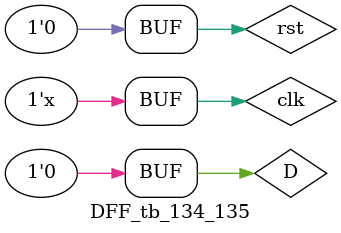
<source format=v>
`timescale 1ns / 1ps


module DFF_tb_134_135;

	// Inputs
	reg D;
	reg clk;
   reg rst;
	// Outputs
	wire Q;

	// Instantiate the Unit Under Test (UUT)
	DFF_134_135 uut (
		.Q(Q), 
		.D(D), 
		.clk(clk),
		.rst(rst)
	);

	initial begin
		// Initialize Inputs
		D = 0;
		clk = 1;
      rst = 1;
		// Wait 100 ns for global reset to finish
		#100;
		rst =0;
		D=1;
		#100;
      D=0;  
		// Add stimulus here

	end
always #10 clk = ~clk;      
endmodule


</source>
